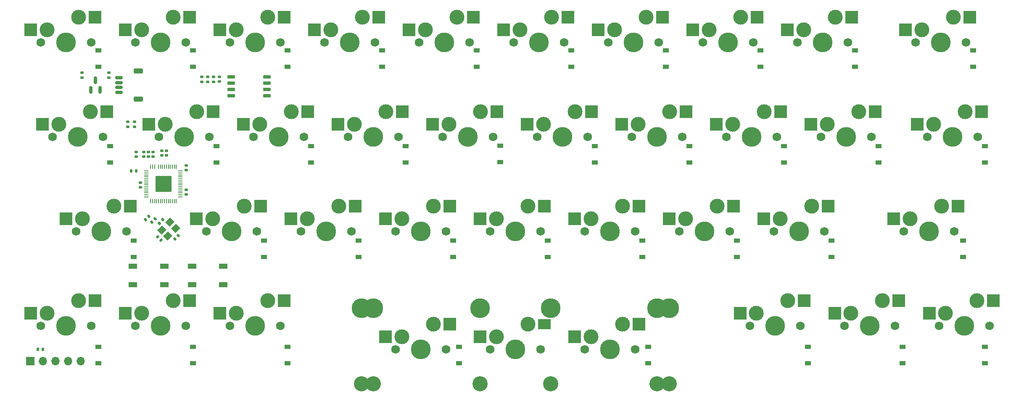
<source format=gbs>
%TF.GenerationSoftware,KiCad,Pcbnew,7.0.6*%
%TF.CreationDate,2023-07-18T22:48:20-04:00*%
%TF.ProjectId,cutiepie2040-standard-stagger,63757469-6570-4696-9532-3034302d7374,rev?*%
%TF.SameCoordinates,PX2d6b3a0PY7aa1830*%
%TF.FileFunction,Soldermask,Bot*%
%TF.FilePolarity,Negative*%
%FSLAX46Y46*%
G04 Gerber Fmt 4.6, Leading zero omitted, Abs format (unit mm)*
G04 Created by KiCad (PCBNEW 7.0.6) date 2023-07-18 22:48:20*
%MOMM*%
%LPD*%
G01*
G04 APERTURE LIST*
G04 Aperture macros list*
%AMRoundRect*
0 Rectangle with rounded corners*
0 $1 Rounding radius*
0 $2 $3 $4 $5 $6 $7 $8 $9 X,Y pos of 4 corners*
0 Add a 4 corners polygon primitive as box body*
4,1,4,$2,$3,$4,$5,$6,$7,$8,$9,$2,$3,0*
0 Add four circle primitives for the rounded corners*
1,1,$1+$1,$2,$3*
1,1,$1+$1,$4,$5*
1,1,$1+$1,$6,$7*
1,1,$1+$1,$8,$9*
0 Add four rect primitives between the rounded corners*
20,1,$1+$1,$2,$3,$4,$5,0*
20,1,$1+$1,$4,$5,$6,$7,0*
20,1,$1+$1,$6,$7,$8,$9,0*
20,1,$1+$1,$8,$9,$2,$3,0*%
%AMRotRect*
0 Rectangle, with rotation*
0 The origin of the aperture is its center*
0 $1 length*
0 $2 width*
0 $3 Rotation angle, in degrees counterclockwise*
0 Add horizontal line*
21,1,$1,$2,0,0,$3*%
G04 Aperture macros list end*
%ADD10R,2.550000X2.500000*%
%ADD11C,1.750000*%
%ADD12C,3.000000*%
%ADD13C,3.987800*%
%ADD14R,1.200000X0.900000*%
%ADD15RoundRect,0.135000X-0.185000X0.135000X-0.185000X-0.135000X0.185000X-0.135000X0.185000X0.135000X0*%
%ADD16RoundRect,0.135000X0.135000X0.185000X-0.135000X0.185000X-0.135000X-0.185000X0.135000X-0.185000X0*%
%ADD17RoundRect,0.140000X0.170000X-0.140000X0.170000X0.140000X-0.170000X0.140000X-0.170000X-0.140000X0*%
%ADD18RoundRect,0.140000X-0.021213X0.219203X-0.219203X0.021213X0.021213X-0.219203X0.219203X-0.021213X0*%
%ADD19R,1.700000X1.700000*%
%ADD20O,1.700000X1.700000*%
%ADD21R,1.700000X1.000000*%
%ADD22RotRect,1.400000X1.200000X45.000000*%
%ADD23RoundRect,0.135000X0.035355X-0.226274X0.226274X-0.035355X-0.035355X0.226274X-0.226274X0.035355X0*%
%ADD24RoundRect,0.140000X0.140000X0.170000X-0.140000X0.170000X-0.140000X-0.170000X0.140000X-0.170000X0*%
%ADD25RoundRect,0.140000X-0.170000X0.140000X-0.170000X-0.140000X0.170000X-0.140000X0.170000X0.140000X0*%
%ADD26RoundRect,0.150000X-0.625000X0.150000X-0.625000X-0.150000X0.625000X-0.150000X0.625000X0.150000X0*%
%ADD27RoundRect,0.229167X-0.670833X0.320833X-0.670833X-0.320833X0.670833X-0.320833X0.670833X0.320833X0*%
%ADD28RoundRect,0.140000X0.021213X-0.219203X0.219203X-0.021213X-0.021213X0.219203X-0.219203X0.021213X0*%
%ADD29C,3.048000*%
%ADD30R,2.550000X2.000000*%
%ADD31RoundRect,0.140000X0.219203X0.021213X0.021213X0.219203X-0.219203X-0.021213X-0.021213X-0.219203X0*%
%ADD32RoundRect,0.050000X0.387500X0.050000X-0.387500X0.050000X-0.387500X-0.050000X0.387500X-0.050000X0*%
%ADD33RoundRect,0.050000X0.050000X0.387500X-0.050000X0.387500X-0.050000X-0.387500X0.050000X-0.387500X0*%
%ADD34RoundRect,0.144000X1.456000X1.456000X-1.456000X1.456000X-1.456000X-1.456000X1.456000X-1.456000X0*%
%ADD35RoundRect,0.150000X0.150000X-0.587500X0.150000X0.587500X-0.150000X0.587500X-0.150000X-0.587500X0*%
%ADD36RoundRect,0.135000X0.185000X-0.135000X0.185000X0.135000X-0.185000X0.135000X-0.185000X-0.135000X0*%
%ADD37RoundRect,0.150000X0.650000X0.150000X-0.650000X0.150000X-0.650000X-0.150000X0.650000X-0.150000X0*%
G04 APERTURE END LIST*
D10*
%TO.C,MX6*%
X39179380Y57467794D03*
X26252380Y54927794D03*
D11*
X28257380Y52387794D03*
D12*
X29527380Y54927794D03*
D13*
X33337380Y52387794D03*
D12*
X35877380Y57467794D03*
D11*
X38417380Y52387794D03*
%TD*%
D14*
%TO.C,D21*%
X116085955Y47165862D03*
X116085955Y50465862D03*
%TD*%
%TO.C,D24*%
X130373467Y66513453D03*
X130373467Y69813453D03*
%TD*%
D11*
%TO.C,MX31*%
X167004880Y71437794D03*
D12*
X164464880Y76517794D03*
D13*
X161924880Y71437794D03*
D12*
X158114880Y73977794D03*
D11*
X156844880Y71437794D03*
D10*
X154839880Y73977794D03*
X167766880Y76517794D03*
%TD*%
D11*
%TO.C,MX33*%
X188436130Y33337584D03*
D12*
X185896130Y38417584D03*
D13*
X183356130Y33337584D03*
D12*
X179546130Y35877584D03*
D11*
X178276130Y33337584D03*
D10*
X176271130Y35877584D03*
X189198130Y38417584D03*
%TD*%
D14*
%TO.C,D22*%
X125630802Y28115846D03*
X125630802Y31415846D03*
%TD*%
D15*
%TO.C,R_Flash2*%
X39290726Y64452768D03*
X39290726Y63432768D03*
%TD*%
D16*
%TO.C,R_RST1*%
X3901172Y9525224D03*
X4921172Y9525224D03*
%TD*%
D17*
%TO.C,C_1V-Decoup1*%
X27087038Y48335480D03*
X27087038Y49295480D03*
%TD*%
D14*
%TO.C,D13*%
X73223622Y66513453D03*
X73223622Y69813453D03*
%TD*%
D17*
%TO.C,C_LD1*%
X18157077Y64305627D03*
X18157077Y65265627D03*
%TD*%
D14*
%TO.C,D34*%
X177998507Y6684578D03*
X177998507Y9984578D03*
%TD*%
D11*
%TO.C,MX4*%
X14604880Y14287794D03*
D12*
X12064880Y19367794D03*
D13*
X9524880Y14287794D03*
D12*
X5714880Y16827794D03*
D11*
X4444880Y14287794D03*
D10*
X2439880Y16827794D03*
X15366880Y19367794D03*
%TD*%
D11*
%TO.C,MX14*%
X76517380Y52387794D03*
D12*
X73977380Y57467794D03*
D13*
X71437380Y52387794D03*
D12*
X67627380Y54927794D03*
D11*
X66357380Y52387794D03*
D10*
X64352380Y54927794D03*
X77279380Y57467794D03*
%TD*%
%TO.C,MX10*%
X58229380Y57467794D03*
X45302380Y54927794D03*
D11*
X47307380Y52387794D03*
D12*
X48577380Y54927794D03*
D13*
X52387380Y52387794D03*
D12*
X54927380Y57467794D03*
D11*
X57467380Y52387794D03*
%TD*%
D14*
%TO.C,D23*%
X126801589Y6684578D03*
X126801589Y9984578D03*
%TD*%
D18*
%TO.C,C_3V-Decoup8*%
X26789005Y35123683D03*
X27467827Y35802505D03*
%TD*%
D17*
%TO.C,C_1V-Decoup2*%
X29765960Y48633138D03*
X29765960Y49593138D03*
%TD*%
D11*
%TO.C,MX13*%
X71754880Y71437794D03*
D12*
X69214880Y76517794D03*
D13*
X66674880Y71437794D03*
D12*
X62864880Y73977794D03*
D11*
X61594880Y71437794D03*
D10*
X59589880Y73977794D03*
X72516880Y76517794D03*
%TD*%
D14*
%TO.C,D17*%
X97035939Y47301801D03*
X97035939Y50601801D03*
%TD*%
%TO.C,D30*%
X158948491Y6684578D03*
X158948491Y9984578D03*
%TD*%
%TO.C,D9*%
X54173574Y66513453D03*
X54173574Y69813453D03*
%TD*%
D11*
%TO.C,MX24*%
X128904880Y71437794D03*
D12*
X126364880Y76517794D03*
D13*
X123824880Y71437794D03*
D12*
X120014880Y73977794D03*
D11*
X118744880Y71437794D03*
D10*
X116739880Y73977794D03*
X129666880Y76517794D03*
%TD*%
D14*
%TO.C,D25*%
X135135971Y47165862D03*
X135135971Y50465862D03*
%TD*%
D15*
%TO.C,R_DATA2*%
X22026501Y55427469D03*
X22026501Y54407470D03*
%TD*%
D11*
%TO.C,MX22*%
X124142380Y33337744D03*
D12*
X121602380Y38417744D03*
D13*
X119062380Y33337744D03*
D12*
X115252380Y35877744D03*
D11*
X113982380Y33337744D03*
D10*
X111977380Y35877744D03*
X124904380Y38417744D03*
%TD*%
D14*
%TO.C,D31*%
X168473499Y66513453D03*
X168473499Y69813453D03*
%TD*%
D11*
%TO.C,MX16*%
X90804880Y71437794D03*
D12*
X88264880Y76517794D03*
D13*
X85724880Y71437794D03*
D12*
X81914880Y73977794D03*
D11*
X80644880Y71437794D03*
D10*
X78639880Y73977794D03*
X91566880Y76517794D03*
%TD*%
D19*
%TO.C,J2*%
X2381172Y7143972D03*
D20*
X4921172Y7143972D03*
X7461172Y7143972D03*
X10001172Y7143972D03*
X12541172Y7143972D03*
%TD*%
D11*
%TO.C,MX18*%
X105092380Y33337794D03*
D12*
X102552380Y38417794D03*
D13*
X100012380Y33337794D03*
D12*
X96202380Y35877794D03*
D11*
X94932380Y33337794D03*
D10*
X92927380Y35877794D03*
X105854380Y38417794D03*
%TD*%
D14*
%TO.C,D35*%
X192286019Y66513453D03*
X192286019Y69813453D03*
%TD*%
%TO.C,D16*%
X92273670Y66513453D03*
X92273670Y69813453D03*
%TD*%
D21*
%TO.C,SW2*%
X23043816Y22507874D03*
X29343816Y22507874D03*
X23043816Y26307874D03*
X29343816Y26307874D03*
%TD*%
D14*
%TO.C,D19*%
X88701557Y6684578D03*
X88701557Y9984578D03*
%TD*%
D11*
%TO.C,MX15*%
X86042380Y33337744D03*
D12*
X83502380Y38417744D03*
D13*
X80962380Y33337744D03*
D12*
X77152380Y35877744D03*
D11*
X75882380Y33337744D03*
D10*
X73877380Y35877744D03*
X86804380Y38417744D03*
%TD*%
D14*
%TO.C,D27*%
X149423483Y66513453D03*
X149423483Y69813453D03*
%TD*%
D11*
%TO.C,MX32*%
X171767380Y52387794D03*
D12*
X169227380Y57467794D03*
D13*
X166687380Y52387794D03*
D12*
X162877380Y54927794D03*
D11*
X161607380Y52387794D03*
D10*
X159602380Y54927794D03*
X172529380Y57467794D03*
%TD*%
D18*
%TO.C,C_1V-Decoup3*%
X26193692Y36314309D03*
X25514870Y35635487D03*
%TD*%
D14*
%TO.C,D2*%
X18454623Y47165862D03*
X18454623Y50465862D03*
%TD*%
D22*
%TO.C,Y1*%
X28868178Y33572442D03*
X30423813Y35128077D03*
X31625894Y33925996D03*
X30070259Y32370361D03*
%TD*%
D14*
%TO.C,D18*%
X106580786Y28115846D03*
X106580786Y31415846D03*
%TD*%
%TO.C,D33*%
X190202823Y28115700D03*
X190202823Y31415700D03*
%TD*%
D11*
%TO.C,MX1*%
X14604880Y71437794D03*
D12*
X12064880Y76517794D03*
D13*
X9524880Y71437794D03*
D12*
X5714880Y73977794D03*
D11*
X4444880Y71437794D03*
D10*
X2439880Y73977794D03*
X15366880Y76517794D03*
%TD*%
D14*
%TO.C,D37*%
X194667271Y6684578D03*
X194667271Y9984578D03*
%TD*%
D17*
%TO.C,C_3V-Decoup6*%
X33784343Y45656558D03*
X33784343Y46616558D03*
%TD*%
D21*
%TO.C,SW1*%
X34950096Y22507874D03*
X41250096Y22507874D03*
X34950096Y26307874D03*
X41250096Y26307874D03*
%TD*%
D11*
%TO.C,MX17*%
X95567380Y52387794D03*
D12*
X93027380Y57467794D03*
D13*
X90487380Y52387794D03*
D12*
X86677380Y54927794D03*
D11*
X85407380Y52387794D03*
D10*
X83402380Y54927794D03*
X96329380Y57467794D03*
%TD*%
D14*
%TO.C,D10*%
X58935907Y47165862D03*
X58935907Y50465862D03*
%TD*%
D11*
%TO.C,MX7*%
X47942380Y33337794D03*
D12*
X45402380Y38417794D03*
D13*
X42862380Y33337794D03*
D12*
X39052380Y35877794D03*
D11*
X37782380Y33337794D03*
D10*
X35777380Y35877794D03*
X48704380Y38417794D03*
%TD*%
D14*
%TO.C,D4*%
X16073371Y6684578D03*
X16073371Y9984578D03*
%TD*%
D11*
%TO.C,MX35*%
X190817380Y71437794D03*
D12*
X188277380Y76517794D03*
D13*
X185737380Y71437794D03*
D12*
X181927380Y73977794D03*
D11*
X180657380Y71437794D03*
D10*
X178652380Y73977794D03*
X191579380Y76517794D03*
%TD*%
D23*
%TO.C,R_Crystal1*%
X28331545Y34943462D03*
X29052793Y35664710D03*
%TD*%
D24*
%TO.C,C_3V-Decoup5*%
X23663971Y45462608D03*
X22703971Y45462608D03*
%TD*%
D11*
%TO.C,MX26*%
X143192380Y33337794D03*
D12*
X140652380Y38417794D03*
D13*
X138112380Y33337794D03*
D12*
X134302380Y35877794D03*
D11*
X133032380Y33337794D03*
D10*
X131027380Y35877794D03*
X143954380Y38417794D03*
%TD*%
D11*
%TO.C,MX12*%
X52704880Y14287794D03*
D12*
X50164880Y19367794D03*
D13*
X47624880Y14287794D03*
D12*
X43814880Y16827794D03*
D11*
X42544880Y14287794D03*
D10*
X40539880Y16827794D03*
X53466880Y19367794D03*
%TD*%
D25*
%TO.C,C_Flash1*%
X40481352Y64452768D03*
X40481352Y63492768D03*
%TD*%
D11*
%TO.C,MX36*%
X193198630Y52387794D03*
D12*
X190658630Y57467794D03*
D13*
X188118630Y52387794D03*
D12*
X184308630Y54927794D03*
D11*
X183038630Y52387794D03*
D10*
X181033630Y54927794D03*
X193960630Y57467794D03*
%TD*%
D17*
%TO.C,C_3V-Decoup7*%
X26144064Y49295480D03*
X26144064Y48335480D03*
%TD*%
%TO.C,C_3V-Decoup1*%
X23663971Y48335480D03*
X23663971Y49295480D03*
%TD*%
D14*
%TO.C,D6*%
X39885891Y47165862D03*
X39885891Y50465862D03*
%TD*%
%TO.C,D32*%
X173236003Y47165862D03*
X173236003Y50465862D03*
%TD*%
D17*
%TO.C,C_3V-Decoup4*%
X24556945Y42182608D03*
X24556945Y43142608D03*
%TD*%
D26*
%TO.C,J1*%
X20249880Y64305627D03*
X20249880Y63305627D03*
X20249880Y62305627D03*
X20249880Y61305627D03*
D27*
X24124880Y65605627D03*
X24124880Y60005627D03*
%TD*%
D28*
%TO.C,C_Crystal1*%
X31509888Y31807545D03*
X32188710Y32486367D03*
%TD*%
D11*
%TO.C,MX30*%
X157479880Y14287794D03*
D12*
X154939880Y19367794D03*
D13*
X152399880Y14287794D03*
D12*
X148589880Y16827794D03*
D11*
X147319880Y14287794D03*
D10*
X145314880Y16827794D03*
X158241880Y19367794D03*
%TD*%
D11*
%TO.C,MX9*%
X52704880Y71437794D03*
D12*
X50164880Y76517794D03*
D13*
X47624880Y71437794D03*
D12*
X43814880Y73977794D03*
D11*
X42544880Y71437794D03*
D10*
X40539880Y73977794D03*
X53466880Y76517794D03*
%TD*%
D11*
%TO.C,MX27*%
X147954880Y71437794D03*
D12*
X145414880Y76517794D03*
D13*
X142874880Y71437794D03*
D12*
X139064880Y73977794D03*
D11*
X137794880Y71437794D03*
D10*
X135789880Y73977794D03*
X148716880Y76517794D03*
%TD*%
D14*
%TO.C,D36*%
X194667271Y47165862D03*
X194667271Y50465862D03*
%TD*%
%TO.C,D26*%
X144680818Y28115846D03*
X144680818Y31415846D03*
%TD*%
D11*
%TO.C,MX11*%
X66992380Y33337744D03*
D12*
X64452380Y38417744D03*
D13*
X61932163Y33337744D03*
D12*
X58102380Y35877744D03*
D11*
X56832380Y33337744D03*
D10*
X54827380Y35877744D03*
X67754380Y38417744D03*
%TD*%
D15*
%TO.C,R_DATA1*%
X23366313Y55427469D03*
X23366313Y54407470D03*
%TD*%
D29*
%TO.C,MX38*%
X128587380Y2540024D03*
D13*
X128587380Y17780024D03*
D11*
X105092380Y9525024D03*
D12*
X102552380Y14605024D03*
D13*
X100012380Y9525024D03*
D12*
X96202380Y12065024D03*
D11*
X94932380Y9525024D03*
D29*
X71437380Y2540024D03*
D13*
X71437380Y17780024D03*
D10*
X92927380Y12065024D03*
D30*
X105854380Y14605024D03*
%TD*%
D14*
%TO.C,D15*%
X87530770Y28115846D03*
X87530770Y31415846D03*
%TD*%
%TO.C,D14*%
X77985923Y47165862D03*
X77985923Y50465862D03*
%TD*%
D31*
%TO.C,C_Crystal2*%
X28692169Y31515531D03*
X28013347Y32194353D03*
%TD*%
D11*
%TO.C,MX5*%
X33654880Y71437794D03*
D12*
X31114880Y76517794D03*
D13*
X28574880Y71437794D03*
D12*
X24764880Y73977794D03*
D11*
X23494880Y71437794D03*
D10*
X21489880Y73977794D03*
X34416880Y76517794D03*
%TD*%
D15*
%TO.C,R_Flash1*%
X36909474Y64452768D03*
X36909474Y63432768D03*
%TD*%
D11*
%TO.C,MX8*%
X33654880Y14287794D03*
D12*
X31114880Y19367794D03*
D13*
X28574880Y14287794D03*
D12*
X24764880Y16827794D03*
D11*
X23494880Y14287794D03*
D10*
X21489880Y16827794D03*
X34416880Y19367794D03*
%TD*%
D14*
%TO.C,D11*%
X68480754Y28115846D03*
X68480754Y31415846D03*
%TD*%
%TO.C,D28*%
X154185987Y47165862D03*
X154185987Y50465862D03*
%TD*%
D11*
%TO.C,MX25*%
X133667380Y52387794D03*
D12*
X131127380Y57467794D03*
D13*
X128587380Y52387794D03*
D12*
X124777380Y54927794D03*
D11*
X123507380Y52387794D03*
D10*
X121502380Y54927794D03*
X134429380Y57467794D03*
%TD*%
D17*
%TO.C,C_3V-Decoup2*%
X25201090Y48335480D03*
X25201090Y49295480D03*
%TD*%
D11*
%TO.C,MX28*%
X152717380Y52387794D03*
D12*
X150177380Y57467794D03*
D13*
X147637380Y52387794D03*
D12*
X143827380Y54927794D03*
D11*
X142557380Y52387794D03*
D10*
X140552380Y54927794D03*
X153479380Y57467794D03*
%TD*%
D29*
%TO.C,MX23*%
X131000380Y2540024D03*
D13*
X131000380Y17780024D03*
D11*
X124142380Y9525024D03*
D12*
X121602380Y14605024D03*
D13*
X119062380Y9525024D03*
D12*
X115252380Y12065024D03*
D11*
X113982380Y9525024D03*
D29*
X107124380Y2540024D03*
D13*
X107124380Y17780024D03*
D10*
X111977380Y12065024D03*
X124904380Y14605024D03*
%TD*%
D17*
%TO.C,C_LD2*%
X12799251Y64305627D03*
X12799251Y65265627D03*
%TD*%
D29*
%TO.C,MX19*%
X92900380Y2540294D03*
D13*
X92900380Y17780294D03*
D11*
X86042380Y9525294D03*
D12*
X83502380Y14605294D03*
D13*
X80962380Y9525294D03*
D12*
X77152380Y12065294D03*
D11*
X75882380Y9525294D03*
D29*
X69024380Y2540294D03*
D13*
X69024380Y17780294D03*
D10*
X73877380Y12065294D03*
X86804380Y14605294D03*
%TD*%
D14*
%TO.C,D7*%
X49430738Y28115846D03*
X49430738Y31415846D03*
%TD*%
D11*
%TO.C,MX29*%
X162242380Y33337794D03*
D12*
X159702380Y38417794D03*
D13*
X157162380Y33337794D03*
D12*
X153352380Y35877794D03*
D11*
X152082380Y33337794D03*
D10*
X150077380Y35877794D03*
X163004380Y38417794D03*
%TD*%
D25*
%TO.C,C_3V-Decoup9*%
X33784343Y41705201D03*
X33784343Y40745201D03*
%TD*%
D11*
%TO.C,MX37*%
X195579880Y14287794D03*
D12*
X193039880Y19367794D03*
D13*
X190499880Y14287794D03*
D12*
X186689880Y16827794D03*
D11*
X185419880Y14287794D03*
D10*
X183414880Y16827794D03*
X196341880Y19367794D03*
%TD*%
%TO.C,MX2*%
X17748130Y57467794D03*
X4821130Y54927794D03*
D11*
X6826130Y52387794D03*
D12*
X8096130Y54927794D03*
D13*
X11906130Y52387794D03*
D12*
X14446130Y57467794D03*
D11*
X16986130Y52387794D03*
%TD*%
D14*
%TO.C,D29*%
X163730834Y28115846D03*
X163730834Y31415846D03*
%TD*%
D32*
%TO.C,U1*%
X32607886Y45462608D03*
X32607886Y45062608D03*
X32607886Y44662608D03*
X32607886Y44262608D03*
X32607886Y43862608D03*
X32607886Y43462608D03*
X32607886Y43062608D03*
X32607886Y42662608D03*
X32607886Y42262608D03*
X32607886Y41862608D03*
X32607886Y41462608D03*
X32607886Y41062608D03*
X32607886Y40662608D03*
X32607886Y40262608D03*
D33*
X31770386Y39425108D03*
X31370386Y39425108D03*
X30970386Y39425108D03*
X30570386Y39425108D03*
X30170386Y39425108D03*
X29770386Y39425108D03*
X29370386Y39425108D03*
X28970386Y39425108D03*
X28570386Y39425108D03*
X28170386Y39425108D03*
X27770386Y39425108D03*
X27370386Y39425108D03*
X26970386Y39425108D03*
X26570386Y39425108D03*
D32*
X25732886Y40262608D03*
X25732886Y40662608D03*
X25732886Y41062608D03*
X25732886Y41462608D03*
X25732886Y41862608D03*
X25732886Y42262608D03*
X25732886Y42662608D03*
X25732886Y43062608D03*
X25732886Y43462608D03*
X25732886Y43862608D03*
X25732886Y44262608D03*
X25732886Y44662608D03*
X25732886Y45062608D03*
X25732886Y45462608D03*
D33*
X26570386Y46300108D03*
X26970386Y46300108D03*
X27370386Y46300108D03*
X28170386Y46300108D03*
X28570386Y46300108D03*
X28970386Y46300108D03*
X29370386Y46300108D03*
X29770386Y46300108D03*
X30170386Y46300108D03*
X30570386Y46300108D03*
X30970386Y46300108D03*
X31370386Y46300108D03*
X31770386Y46300108D03*
D34*
X29170386Y42862608D03*
%TD*%
D11*
%TO.C,MX20*%
X109854880Y71437794D03*
D12*
X107314880Y76517794D03*
D13*
X104774880Y71437794D03*
D12*
X100964880Y73977794D03*
D11*
X99694880Y71437794D03*
D10*
X97689880Y73977794D03*
X110616880Y76517794D03*
%TD*%
D14*
%TO.C,D8*%
X35123387Y6684578D03*
X35123387Y9984578D03*
%TD*%
D35*
%TO.C,U3*%
X16428164Y61868127D03*
X14528164Y61868127D03*
X15478164Y63743127D03*
%TD*%
D14*
%TO.C,D3*%
X23217484Y28128249D03*
X23217484Y31428249D03*
%TD*%
%TO.C,D5*%
X35123526Y66513453D03*
X35123526Y69813453D03*
%TD*%
D36*
%TO.C,R_Flash3*%
X38100100Y63432768D03*
X38100100Y64452768D03*
%TD*%
D11*
%TO.C,MX21*%
X114617380Y52387794D03*
D12*
X112077380Y57467794D03*
D13*
X109537380Y52387794D03*
D12*
X105727380Y54927794D03*
D11*
X104457380Y52387794D03*
D10*
X102452380Y54927794D03*
X115379380Y57467794D03*
%TD*%
D37*
%TO.C,U2*%
X50034492Y64452768D03*
X50034492Y63182768D03*
X50034492Y61912768D03*
X50034492Y60642768D03*
X42834492Y60642768D03*
X42834492Y61912768D03*
X42834492Y63182768D03*
X42834492Y64452768D03*
%TD*%
D17*
%TO.C,C_3V-Decoup3*%
X28822986Y48633138D03*
X28822986Y49593138D03*
%TD*%
D14*
%TO.C,D1*%
X16073478Y66513453D03*
X16073478Y69813453D03*
%TD*%
%TO.C,D20*%
X111323718Y66513453D03*
X111323718Y69813453D03*
%TD*%
D11*
%TO.C,MX34*%
X176529880Y14287794D03*
D12*
X173989880Y19367794D03*
D13*
X171449880Y14287794D03*
D12*
X167639880Y16827794D03*
D11*
X166369880Y14287794D03*
D10*
X164364880Y16827794D03*
X177291880Y19367794D03*
%TD*%
D11*
%TO.C,MX3*%
X21748630Y33337794D03*
D12*
X19208630Y38417794D03*
D13*
X16668630Y33337794D03*
D12*
X12858630Y35877794D03*
D11*
X11588630Y33337794D03*
D10*
X9583630Y35877794D03*
X22510630Y38417794D03*
%TD*%
D14*
%TO.C,D12*%
X54173403Y6684578D03*
X54173403Y9984578D03*
%TD*%
M02*

</source>
